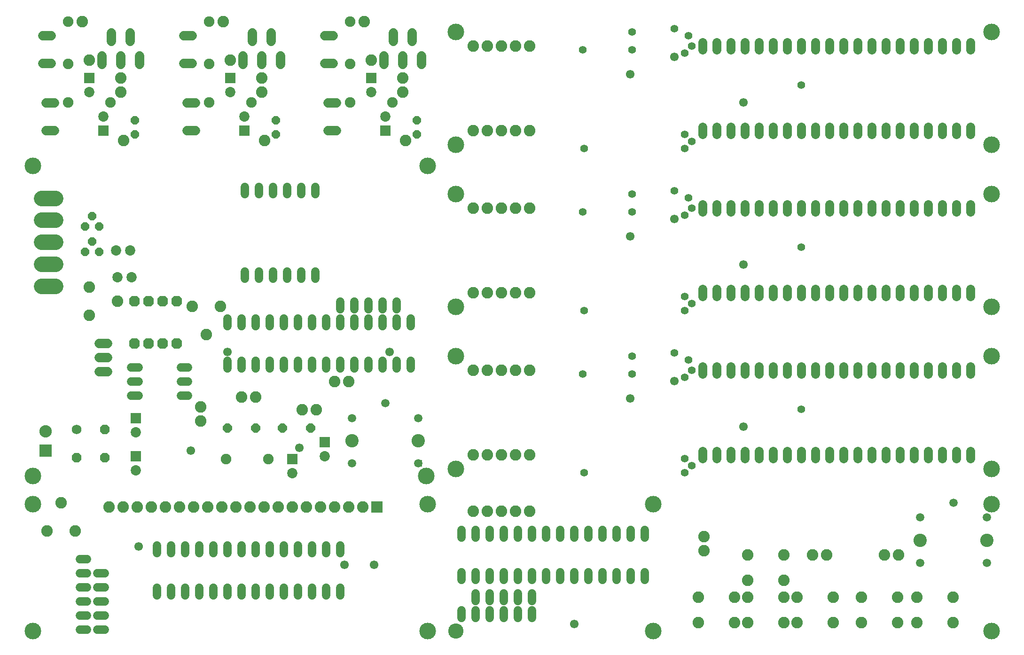
<source format=gts>
G75*
G70*
%OFA0B0*%
%FSLAX24Y24*%
%IPPOS*%
%LPD*%
%AMOC8*
5,1,8,0,0,1.08239X$1,22.5*
%
%ADD10C,0.1182*%
%ADD11C,0.1080*%
%ADD12C,0.0630*%
%ADD13C,0.0820*%
%ADD14C,0.0595*%
%ADD15C,0.0595*%
%ADD16C,0.0946*%
%ADD17R,0.0820X0.0820*%
%ADD18C,0.0600*%
%ADD19OC8,0.0600*%
%ADD20R,0.0880X0.0880*%
%ADD21C,0.0880*%
%ADD22OC8,0.0640*%
%ADD23C,0.0730*%
%ADD24C,0.0680*%
%ADD25OC8,0.0680*%
%ADD26R,0.0730X0.0730*%
%ADD27C,0.0749*%
%ADD28C,0.1084*%
%ADD29C,0.0680*%
%ADD30OC8,0.0760*%
%ADD31C,0.0674*%
%ADD32C,0.0555*%
%ADD33C,0.0611*%
%ADD34R,0.0476X0.0476*%
D10*
X004260Y003893D03*
X004260Y012893D03*
X004260Y014893D03*
X032160Y014893D03*
X034260Y015393D03*
X032260Y012893D03*
X032260Y003893D03*
X048260Y003893D03*
X048260Y012893D03*
X034260Y023393D03*
X034260Y026893D03*
X034260Y034893D03*
X032260Y036893D03*
X034260Y038393D03*
X034260Y046393D03*
X004260Y036893D03*
X072260Y038393D03*
X072260Y034893D03*
X072260Y026893D03*
X072260Y023393D03*
X072260Y015393D03*
X072260Y012893D03*
X072260Y003893D03*
X072260Y046393D03*
D11*
X034260Y003893D03*
D12*
X051760Y016118D02*
X051760Y016668D01*
X052760Y016668D02*
X052760Y016118D01*
X053760Y016118D02*
X053760Y016668D01*
X054760Y016668D02*
X054760Y016118D01*
X055760Y016118D02*
X055760Y016668D01*
X056760Y016668D02*
X056760Y016118D01*
X057760Y016118D02*
X057760Y016668D01*
X058760Y016668D02*
X058760Y016118D01*
X059760Y016118D02*
X059760Y016668D01*
X060760Y016668D02*
X060760Y016118D01*
X061760Y016118D02*
X061760Y016668D01*
X062760Y016668D02*
X062760Y016118D01*
X063760Y016118D02*
X063760Y016668D01*
X064760Y016668D02*
X064760Y016118D01*
X065760Y016118D02*
X065760Y016668D01*
X066760Y016668D02*
X066760Y016118D01*
X067760Y016118D02*
X067760Y016668D01*
X068760Y016668D02*
X068760Y016118D01*
X069760Y016118D02*
X069760Y016668D01*
X070760Y016668D02*
X070760Y016118D01*
X070760Y022118D02*
X070760Y022668D01*
X069760Y022668D02*
X069760Y022118D01*
X068760Y022118D02*
X068760Y022668D01*
X067760Y022668D02*
X067760Y022118D01*
X066760Y022118D02*
X066760Y022668D01*
X065760Y022668D02*
X065760Y022118D01*
X064760Y022118D02*
X064760Y022668D01*
X063760Y022668D02*
X063760Y022118D01*
X062760Y022118D02*
X062760Y022668D01*
X061760Y022668D02*
X061760Y022118D01*
X060760Y022118D02*
X060760Y022668D01*
X059760Y022668D02*
X059760Y022118D01*
X058760Y022118D02*
X058760Y022668D01*
X057760Y022668D02*
X057760Y022118D01*
X056760Y022118D02*
X056760Y022668D01*
X055760Y022668D02*
X055760Y022118D01*
X054760Y022118D02*
X054760Y022668D01*
X053760Y022668D02*
X053760Y022118D01*
X052760Y022118D02*
X052760Y022668D01*
X051760Y022668D02*
X051760Y022118D01*
X051760Y027618D02*
X051760Y028168D01*
X052760Y028168D02*
X052760Y027618D01*
X053760Y027618D02*
X053760Y028168D01*
X054760Y028168D02*
X054760Y027618D01*
X055760Y027618D02*
X055760Y028168D01*
X056760Y028168D02*
X056760Y027618D01*
X057760Y027618D02*
X057760Y028168D01*
X058760Y028168D02*
X058760Y027618D01*
X059760Y027618D02*
X059760Y028168D01*
X060760Y028168D02*
X060760Y027618D01*
X061760Y027618D02*
X061760Y028168D01*
X062760Y028168D02*
X062760Y027618D01*
X063760Y027618D02*
X063760Y028168D01*
X064760Y028168D02*
X064760Y027618D01*
X065760Y027618D02*
X065760Y028168D01*
X066760Y028168D02*
X066760Y027618D01*
X067760Y027618D02*
X067760Y028168D01*
X068760Y028168D02*
X068760Y027618D01*
X069760Y027618D02*
X069760Y028168D01*
X070760Y028168D02*
X070760Y027618D01*
X070760Y033618D02*
X070760Y034168D01*
X069760Y034168D02*
X069760Y033618D01*
X068760Y033618D02*
X068760Y034168D01*
X067760Y034168D02*
X067760Y033618D01*
X066760Y033618D02*
X066760Y034168D01*
X065760Y034168D02*
X065760Y033618D01*
X064760Y033618D02*
X064760Y034168D01*
X063760Y034168D02*
X063760Y033618D01*
X062760Y033618D02*
X062760Y034168D01*
X061760Y034168D02*
X061760Y033618D01*
X060760Y033618D02*
X060760Y034168D01*
X059760Y034168D02*
X059760Y033618D01*
X058760Y033618D02*
X058760Y034168D01*
X057760Y034168D02*
X057760Y033618D01*
X056760Y033618D02*
X056760Y034168D01*
X055760Y034168D02*
X055760Y033618D01*
X054760Y033618D02*
X054760Y034168D01*
X053760Y034168D02*
X053760Y033618D01*
X052760Y033618D02*
X052760Y034168D01*
X051760Y034168D02*
X051760Y033618D01*
X051760Y039118D02*
X051760Y039668D01*
X052760Y039668D02*
X052760Y039118D01*
X053760Y039118D02*
X053760Y039668D01*
X054760Y039668D02*
X054760Y039118D01*
X055760Y039118D02*
X055760Y039668D01*
X056760Y039668D02*
X056760Y039118D01*
X057760Y039118D02*
X057760Y039668D01*
X058760Y039668D02*
X058760Y039118D01*
X059760Y039118D02*
X059760Y039668D01*
X060760Y039668D02*
X060760Y039118D01*
X061760Y039118D02*
X061760Y039668D01*
X062760Y039668D02*
X062760Y039118D01*
X063760Y039118D02*
X063760Y039668D01*
X064760Y039668D02*
X064760Y039118D01*
X065760Y039118D02*
X065760Y039668D01*
X066760Y039668D02*
X066760Y039118D01*
X067760Y039118D02*
X067760Y039668D01*
X068760Y039668D02*
X068760Y039118D01*
X069760Y039118D02*
X069760Y039668D01*
X070760Y039668D02*
X070760Y039118D01*
X070760Y045118D02*
X070760Y045668D01*
X069760Y045668D02*
X069760Y045118D01*
X068760Y045118D02*
X068760Y045668D01*
X067760Y045668D02*
X067760Y045118D01*
X066760Y045118D02*
X066760Y045668D01*
X065760Y045668D02*
X065760Y045118D01*
X064760Y045118D02*
X064760Y045668D01*
X063760Y045668D02*
X063760Y045118D01*
X062760Y045118D02*
X062760Y045668D01*
X061760Y045668D02*
X061760Y045118D01*
X060760Y045118D02*
X060760Y045668D01*
X059760Y045668D02*
X059760Y045118D01*
X058760Y045118D02*
X058760Y045668D01*
X057760Y045668D02*
X057760Y045118D01*
X056760Y045118D02*
X056760Y045668D01*
X055760Y045668D02*
X055760Y045118D01*
X054760Y045118D02*
X054760Y045668D01*
X053760Y045668D02*
X053760Y045118D01*
X052760Y045118D02*
X052760Y045668D01*
X051760Y045668D02*
X051760Y045118D01*
D13*
X039510Y045393D03*
X038510Y045393D03*
X037510Y045393D03*
X036510Y045393D03*
X035510Y045393D03*
X030510Y043143D03*
X030510Y042143D03*
X028260Y044393D03*
X027760Y047143D03*
X020510Y043143D03*
X020510Y042143D03*
X018260Y044393D03*
X017760Y047143D03*
X010510Y043143D03*
X010510Y042143D03*
X008260Y044393D03*
X007760Y047143D03*
X010710Y038693D03*
X020710Y038693D03*
X030710Y038693D03*
X035510Y039393D03*
X036510Y039393D03*
X037510Y039393D03*
X038510Y039393D03*
X039510Y039393D03*
X039510Y033893D03*
X038510Y033893D03*
X037510Y033893D03*
X036510Y033893D03*
X035510Y033893D03*
X035510Y027893D03*
X036510Y027893D03*
X037510Y027893D03*
X038510Y027893D03*
X039510Y027893D03*
X039510Y022393D03*
X038510Y022393D03*
X037510Y022393D03*
X036510Y022393D03*
X035510Y022393D03*
X026660Y021593D03*
X025660Y021593D03*
X024360Y019593D03*
X023360Y019593D03*
X020060Y020493D03*
X019060Y020493D03*
X016160Y019793D03*
X016160Y018793D03*
X016660Y012693D03*
X015660Y012693D03*
X014660Y012693D03*
X013660Y012693D03*
X012660Y012693D03*
X011660Y012693D03*
X010660Y012693D03*
X009660Y012693D03*
X007260Y010993D03*
X005260Y010993D03*
X006260Y012993D03*
X017660Y012693D03*
X018660Y012693D03*
X019660Y012693D03*
X020660Y012693D03*
X021660Y012693D03*
X022660Y012693D03*
X023660Y012693D03*
X024660Y012693D03*
X025660Y012693D03*
X026660Y012693D03*
X027660Y012693D03*
X035510Y012393D03*
X036510Y012393D03*
X037510Y012393D03*
X038510Y012393D03*
X039510Y012393D03*
X039510Y016393D03*
X038510Y016393D03*
X037510Y016393D03*
X036510Y016393D03*
X035510Y016393D03*
X051860Y010593D03*
X051860Y009593D03*
X054980Y009283D03*
X054980Y007503D03*
X054980Y006283D03*
X054040Y006283D03*
X054040Y004503D03*
X054980Y004503D03*
X057540Y004503D03*
X058480Y004503D03*
X058480Y006283D03*
X057540Y006283D03*
X057540Y007503D03*
X057540Y009283D03*
X059560Y009293D03*
X060560Y009293D03*
X061040Y006283D03*
X063030Y006283D03*
X063030Y004503D03*
X061040Y004503D03*
X065590Y004503D03*
X066980Y004503D03*
X066980Y006283D03*
X065590Y006283D03*
X069540Y006283D03*
X069540Y004503D03*
X065660Y009293D03*
X064660Y009293D03*
X051480Y006283D03*
X051480Y004503D03*
X017560Y026943D03*
X015560Y026943D03*
X016560Y024943D03*
X010260Y027293D03*
X008260Y026293D03*
X008260Y028293D03*
D14*
X019310Y028886D02*
X019310Y029401D01*
X020310Y029401D02*
X020310Y028886D01*
X021310Y028886D02*
X021310Y029401D01*
X022310Y029401D02*
X022310Y028886D01*
X023310Y028886D02*
X023310Y029401D01*
X024310Y029401D02*
X024310Y028886D01*
X026060Y027251D02*
X026060Y026736D01*
X027060Y026736D02*
X027060Y027251D01*
X028060Y027251D02*
X028060Y026736D01*
X029060Y026736D02*
X029060Y027251D01*
X030060Y027251D02*
X030060Y026736D01*
X024310Y034886D02*
X024310Y035401D01*
X023310Y035401D02*
X023310Y034886D01*
X022310Y034886D02*
X022310Y035401D01*
X021310Y035401D02*
X021310Y034886D01*
X020310Y034886D02*
X020310Y035401D01*
X019310Y035401D02*
X019310Y034886D01*
X008117Y008993D02*
X007602Y008993D01*
X007602Y007993D02*
X008117Y007993D01*
X008852Y007983D02*
X009367Y007983D01*
X009367Y006983D02*
X008852Y006983D01*
X008117Y006993D02*
X007602Y006993D01*
X007602Y005993D02*
X008117Y005993D01*
X008852Y005983D02*
X009367Y005983D01*
X009367Y004983D02*
X008852Y004983D01*
X008117Y004993D02*
X007602Y004993D01*
X007602Y003993D02*
X008117Y003993D01*
X008852Y003983D02*
X009367Y003983D01*
X034660Y004836D02*
X034660Y005351D01*
X035660Y005351D02*
X035660Y004836D01*
X036660Y004836D02*
X036660Y005351D01*
X036660Y006036D02*
X036660Y006551D01*
X035660Y006551D02*
X035660Y006036D01*
X037660Y006036D02*
X037660Y006551D01*
X038660Y006551D02*
X038660Y006036D01*
X038660Y005351D02*
X038660Y004836D01*
X037660Y004836D02*
X037660Y005351D01*
X039660Y005351D02*
X039660Y004836D01*
X039660Y006036D02*
X039660Y006551D01*
D15*
X031622Y015779D03*
X031622Y019007D03*
X029260Y020070D03*
X026897Y019007D03*
X026897Y015779D03*
X067217Y011947D03*
X069580Y013010D03*
X071942Y011947D03*
X071942Y008719D03*
X067217Y008719D03*
D16*
X067217Y010333D03*
X071942Y010333D03*
X031622Y017393D03*
X026897Y017393D03*
D17*
X028660Y012693D03*
D18*
X026060Y009953D02*
X026060Y009433D01*
X025060Y009433D02*
X025060Y009953D01*
X024060Y009953D02*
X024060Y009433D01*
X023060Y009433D02*
X023060Y009953D01*
X022060Y009953D02*
X022060Y009433D01*
X021060Y009433D02*
X021060Y009953D01*
X020060Y009953D02*
X020060Y009433D01*
X019060Y009433D02*
X019060Y009953D01*
X018060Y009953D02*
X018060Y009433D01*
X017060Y009433D02*
X017060Y009953D01*
X016060Y009953D02*
X016060Y009433D01*
X015060Y009433D02*
X015060Y009953D01*
X014060Y009953D02*
X014060Y009433D01*
X013060Y009433D02*
X013060Y009953D01*
X013060Y006953D02*
X013060Y006433D01*
X014060Y006433D02*
X014060Y006953D01*
X015060Y006953D02*
X015060Y006433D01*
X016060Y006433D02*
X016060Y006953D01*
X017060Y006953D02*
X017060Y006433D01*
X018060Y006433D02*
X018060Y006953D01*
X019060Y006953D02*
X019060Y006433D01*
X020060Y006433D02*
X020060Y006953D01*
X021060Y006953D02*
X021060Y006433D01*
X022060Y006433D02*
X022060Y006953D01*
X023060Y006953D02*
X023060Y006433D01*
X024060Y006433D02*
X024060Y006953D01*
X025060Y006953D02*
X025060Y006433D01*
X026060Y006433D02*
X026060Y006953D01*
X034660Y007533D02*
X034660Y008053D01*
X035660Y008053D02*
X035660Y007533D01*
X036660Y007533D02*
X036660Y008053D01*
X037660Y008053D02*
X037660Y007533D01*
X038660Y007533D02*
X038660Y008053D01*
X039660Y008053D02*
X039660Y007533D01*
X040660Y007533D02*
X040660Y008053D01*
X041660Y008053D02*
X041660Y007533D01*
X042660Y007533D02*
X042660Y008053D01*
X043660Y008053D02*
X043660Y007533D01*
X044660Y007533D02*
X044660Y008053D01*
X045660Y008053D02*
X045660Y007533D01*
X046660Y007533D02*
X046660Y008053D01*
X047660Y008053D02*
X047660Y007533D01*
X047660Y010533D02*
X047660Y011053D01*
X046660Y011053D02*
X046660Y010533D01*
X045660Y010533D02*
X045660Y011053D01*
X044660Y011053D02*
X044660Y010533D01*
X043660Y010533D02*
X043660Y011053D01*
X042660Y011053D02*
X042660Y010533D01*
X041660Y010533D02*
X041660Y011053D01*
X040660Y011053D02*
X040660Y010533D01*
X039660Y010533D02*
X039660Y011053D01*
X038660Y011053D02*
X038660Y010533D01*
X037660Y010533D02*
X037660Y011053D01*
X036660Y011053D02*
X036660Y010533D01*
X035660Y010533D02*
X035660Y011053D01*
X034660Y011053D02*
X034660Y010533D01*
X031060Y022533D02*
X031060Y023053D01*
X030060Y023053D02*
X030060Y022533D01*
X029060Y022533D02*
X029060Y023053D01*
X028060Y023053D02*
X028060Y022533D01*
X027060Y022533D02*
X027060Y023053D01*
X026060Y023053D02*
X026060Y022533D01*
X025060Y022533D02*
X025060Y023053D01*
X024060Y023053D02*
X024060Y022533D01*
X023060Y022533D02*
X023060Y023053D01*
X022060Y023053D02*
X022060Y022533D01*
X021060Y022533D02*
X021060Y023053D01*
X020060Y023053D02*
X020060Y022533D01*
X019060Y022533D02*
X019060Y023053D01*
X018060Y023053D02*
X018060Y022533D01*
X015280Y022593D02*
X014760Y022593D01*
X014760Y021593D02*
X015280Y021593D01*
X015280Y020593D02*
X014760Y020593D01*
X011760Y020593D02*
X011240Y020593D01*
X011240Y021593D02*
X011760Y021593D01*
X011760Y022593D02*
X011240Y022593D01*
X018060Y025533D02*
X018060Y026053D01*
X019060Y026053D02*
X019060Y025533D01*
X020060Y025533D02*
X020060Y026053D01*
X021060Y026053D02*
X021060Y025533D01*
X022060Y025533D02*
X022060Y026053D01*
X023060Y026053D02*
X023060Y025533D01*
X024060Y025533D02*
X024060Y026053D01*
X025060Y026053D02*
X025060Y025533D01*
X026060Y025533D02*
X026060Y026053D01*
X027060Y026053D02*
X027060Y025533D01*
X028060Y025533D02*
X028060Y026053D01*
X029060Y026053D02*
X029060Y025533D01*
X030060Y025533D02*
X030060Y026053D01*
X031060Y026053D02*
X031060Y025533D01*
D19*
X031510Y039143D03*
X031510Y040143D03*
X021510Y040143D03*
X021510Y039143D03*
X011510Y039143D03*
X011510Y040143D03*
X008460Y033343D03*
X008960Y032593D03*
X007960Y032593D03*
X008460Y031543D03*
X008960Y030793D03*
X007960Y030793D03*
D20*
X005160Y016693D03*
D21*
X005160Y018071D03*
D22*
X018060Y018293D03*
X020060Y018293D03*
X021960Y018293D03*
X023960Y018293D03*
D23*
X024960Y016293D03*
X022660Y015093D03*
X011560Y015293D03*
X011560Y017993D03*
X011260Y028993D03*
X010260Y028993D03*
X010160Y030893D03*
X011160Y030893D03*
X009260Y040393D03*
X008260Y042143D03*
X018260Y042143D03*
X019260Y040393D03*
X028260Y042143D03*
X029260Y040393D03*
D24*
X007360Y018193D03*
D25*
X009360Y018193D03*
X009360Y016193D03*
X007360Y016193D03*
D26*
X011560Y016293D03*
X011560Y018993D03*
X022660Y016093D03*
X024960Y017293D03*
X029260Y039393D03*
X028260Y043143D03*
X019260Y039393D03*
X018260Y043143D03*
X009260Y039393D03*
X008260Y043143D03*
D27*
X006760Y044143D03*
X006760Y041393D03*
X009760Y041393D03*
X016760Y041393D03*
X019760Y041393D03*
X016760Y044143D03*
X016760Y047143D03*
X006760Y047143D03*
X026760Y047143D03*
X026760Y044143D03*
X026760Y041393D03*
X029760Y041393D03*
X020960Y016093D03*
X017960Y016093D03*
D28*
X005861Y028375D02*
X004858Y028375D01*
X004858Y029934D02*
X005861Y029934D01*
X005861Y031493D02*
X004858Y031493D01*
X004858Y033052D02*
X005861Y033052D01*
X005861Y034611D02*
X004858Y034611D01*
D29*
X009170Y044093D02*
X009170Y044693D01*
X009840Y045733D02*
X009840Y046333D01*
X011180Y046333D02*
X011180Y045733D01*
X011850Y044693D02*
X011850Y044093D01*
X010510Y044093D02*
X010510Y044693D01*
X019170Y044693D02*
X019170Y044093D01*
X020510Y044093D02*
X020510Y044693D01*
X021180Y045733D02*
X021180Y046333D01*
X019840Y046333D02*
X019840Y045733D01*
X021850Y044693D02*
X021850Y044093D01*
X029170Y044093D02*
X029170Y044693D01*
X029840Y045733D02*
X029840Y046333D01*
X031180Y046333D02*
X031180Y045733D01*
X031850Y044693D02*
X031850Y044093D01*
X030510Y044093D02*
X030510Y044693D01*
X009560Y024293D02*
X008960Y024293D01*
X008960Y023293D02*
X009560Y023293D01*
X009560Y022293D02*
X008960Y022293D01*
D30*
X011460Y024293D03*
X012460Y024293D03*
X013460Y024293D03*
X014460Y024293D03*
X014460Y027293D03*
X013460Y027293D03*
X012460Y027293D03*
X011460Y027293D03*
D31*
X015213Y039409D02*
X015806Y039409D01*
X015806Y041378D02*
X015213Y041378D01*
X014963Y044159D02*
X015556Y044159D01*
X015556Y046128D02*
X014963Y046128D01*
X005556Y046128D02*
X004963Y046128D01*
X004963Y044159D02*
X005556Y044159D01*
X005806Y041378D02*
X005213Y041378D01*
X005213Y039409D02*
X005806Y039409D01*
X024963Y044159D02*
X025556Y044159D01*
X025556Y046128D02*
X024963Y046128D01*
X025213Y041378D02*
X025806Y041378D01*
X025806Y039409D02*
X025213Y039409D01*
D32*
X043260Y045143D03*
X046760Y045143D03*
X046760Y046393D03*
X049760Y046643D03*
X050760Y046143D03*
X051010Y045393D03*
X050510Y044893D03*
X050510Y039143D03*
X051010Y038643D03*
X050510Y038143D03*
X049760Y035143D03*
X050760Y034643D03*
X051010Y033893D03*
X050510Y033393D03*
X046760Y033643D03*
X046760Y034893D03*
X043260Y033643D03*
X043360Y038143D03*
X050510Y027643D03*
X051010Y027143D03*
X050510Y026643D03*
X049760Y023643D03*
X050760Y023143D03*
X051010Y022393D03*
X050510Y021893D03*
X046760Y022143D03*
X046760Y023393D03*
X043260Y022143D03*
X043360Y026643D03*
X050510Y016143D03*
X051010Y015643D03*
X050510Y015143D03*
X043360Y015143D03*
X058760Y019643D03*
X058760Y031143D03*
X058760Y042643D03*
D33*
X054660Y041393D03*
X049760Y044643D03*
X046640Y043393D03*
X049760Y033143D03*
X046640Y031893D03*
X054660Y029893D03*
X049760Y021643D03*
X046640Y020393D03*
X054660Y018393D03*
X042660Y004393D03*
X028460Y008593D03*
X026360Y008593D03*
X023160Y016893D03*
X015460Y016693D03*
X018060Y023693D03*
X029560Y023693D03*
X011760Y009893D03*
D34*
X031645Y015779D03*
M02*

</source>
